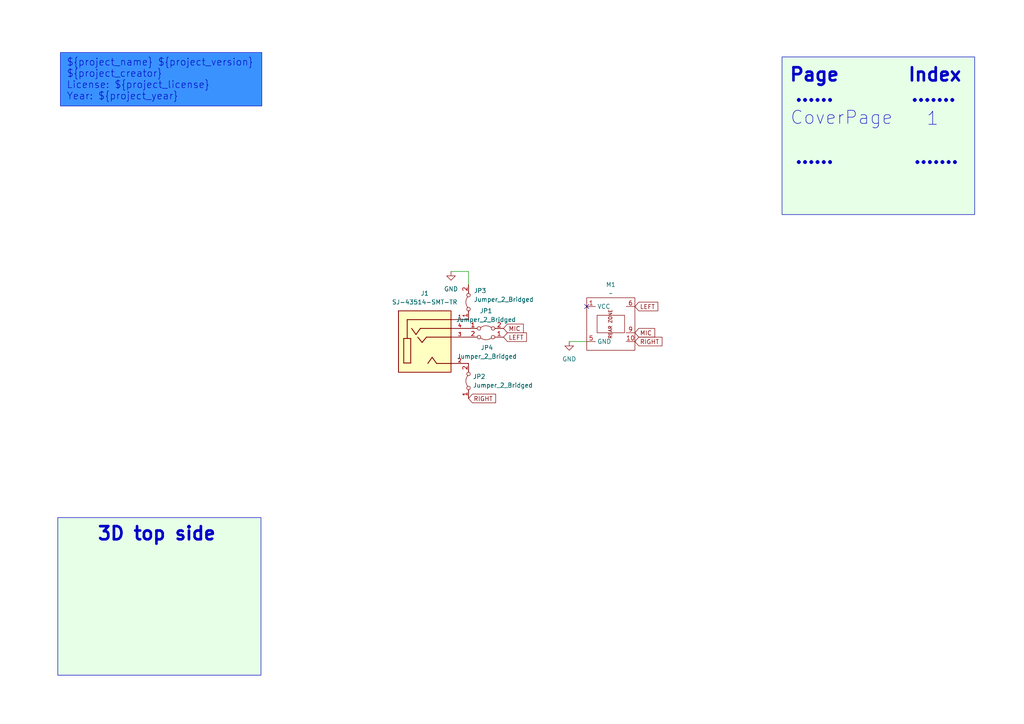
<source format=kicad_sch>
(kicad_sch (version 20250114) (generator "eeschema") (generator_version "9.0")
  (paper "A4")
  (title_block (title "${project_name}") (date "2025-11-10") (rev "${project_version}") (company "${project_creator}") (comment 1 "${project_license}"))
  (lib_symbols
    (symbol "Jumper:Jumper_2_Bridged" (pin_names (offset 0) (hide yes))
      (property "Reference" "JP" (at 0 1.905 0))
      (property "Value" "Jumper_2_Bridged" (at 0 -2.54 0))
      (symbol "Jumper_2_Bridged_0_0"
        (circle (center -2.032 0) (radius 0.508))
        (circle (center 2.032 0) (radius 0.508))
      )
      (symbol "Jumper_2_Bridged_0_1"
        (arc (start -1.524 0.254) (mid 0 0.762) (end 1.524 0.254))
      )
      (symbol "Jumper_2_Bridged_1_1"
        (pin passive line (at -5.08 0 0) (length 2.54) (name "A") (number "1"))
        (pin passive line (at 5.08 0 180) (length 2.54) (name "B") (number "2"))
      )
    )
    (symbol "MegaCastle:MegaCastle2x5-Module-I15.0x7.9-M8CC"
      (property "Reference" "M" (at 0 -10.16 0))
      (symbol "MegaCastle2x5-Module-I15.0x7.9-M8CC_0_1"
        (rectangle (start -6.35 7.62) (end 7.62 -7.62))
        (rectangle (start -3.35 2.54) (end 4.62 -2.54))
      )
      (symbol "MegaCastle2x5-Module-I15.0x7.9-M8CC_1_1"
        (text "REAR ZONE" (at 0.5 0 900) (effects (font (size 1 1))))
        (pin bidirectional line (at -6.35 5.08 0) (length 2.54) (name "VCC") (number "1"))
        (pin bidirectional line (at -6.35 -5.08 0) (length 2.54) (name "GND") (number "5"))
        (pin bidirectional line (at 7.62 5.08 180) (length 2.54) (name "") (number "6"))
        (pin bidirectional line (at 7.62 -2.54 180) (length 2.54) (name "") (number "9"))
        (pin bidirectional line (at 7.62 -5.08 180) (length 2.54) (name "") (number "10"))
      )
    )
    (symbol "SJ-43514-SMT-TR:SJ-43514-SMT-TR" (pin_names (offset 1.016) (hide yes))
      (property "Reference" "J" (at -7.62 8.382 0))
      (property "Value" "SJ-43514-SMT-TR" (at -7.62 -12.7 0))
      (symbol "SJ-43514-SMT-TR_0_0"
        (rectangle (start -7.62 -10.16) (end 7.62 7.62) (stroke (width 0.254)) (fill (type background)))
        (polyline (pts (xy -6.096 -0.381) (xy -6.096 -7.493)) (stroke (width 0.254)))
        (polyline (pts (xy -6.096 -7.493) (xy -4.064 -7.493)) (stroke (width 0.254)))
        (polyline (pts (xy -5.08 5.08) (xy -5.08 -0.254)) (stroke (width 0.254)))
        (polyline (pts (xy -5.08 5.08) (xy 7.62 5.08)) (stroke (width 0.254)))
        (polyline (pts (xy -4.064 -0.381) (xy -6.096 -0.381)) (stroke (width 0.254)))
        (polyline (pts (xy -4.064 -7.493) (xy -4.064 -0.381)) (stroke (width 0.254)))
        (polyline (pts (xy -3.81 2.54) (xy -2.54 0.762)) (stroke (width 0.254)))
        (polyline (pts (xy -2.54 0.762) (xy -1.27 2.54)) (stroke (width 0.254)))
        (polyline (pts (xy -2.032 0) (xy -0.762 -1.524)) (stroke (width 0.254)))
        (polyline (pts (xy -1.27 2.54) (xy 7.62 2.54)) (stroke (width 0.254)))
        (polyline (pts (xy -0.762 -1.524) (xy 0.508 0)) (stroke (width 0.254)))
        (polyline (pts (xy 0.508 0) (xy 7.62 0)) (stroke (width 0.254)))
        (polyline (pts (xy 0.889 -7.62) (xy 2.159 -5.842)) (stroke (width 0.254)))
        (polyline (pts (xy 2.159 -5.842) (xy 3.429 -7.62)) (stroke (width 0.254)))
        (polyline (pts (xy 3.429 -7.62) (xy 7.62 -7.62)) (stroke (width 0.254)))
        (pin passive line (at 12.7 5.08 180) (length 5.08) (name "~") (number "1"))
        (pin passive line (at 12.7 2.54 180) (length 5.08) (name "~") (number "4"))
        (pin passive line (at 12.7 0 180) (length 5.08) (name "~") (number "3"))
        (pin passive line (at 12.7 -7.62 180) (length 5.08) (name "~") (number "2"))
      )
    )
    (symbol "power:GND" (power) (pin_names (offset 0))
      (property "Value" "GND" (at 0 -3.81 0))
      (symbol "GND_0_1"
        (polyline (pts (xy 0 0) (xy 0 -1.27) (xy 1.27 -1.27) (xy 0 -2.54) (xy -1.27 -1.27) (xy 0 -1.27)))
      )
      (symbol "GND_1_1"
        (pin power_in line (at 0 0 270) (length 0) (hide yes) (name "GND") (number "1"))
      )
    )
  )
  (rectangle (start 226.822 16.51) (end 282.702 62.23) (fill (type color) (color 0 255 0 0.1)))
  (rectangle (start 16.764 150.114) (end 75.692 195.834) (fill (type color) (color 0 255 0 0.1)))
  (rectangle (start 17.526 15.24) (end 75.946 30.734) (fill (type color) (color 58 146 255 1)))
  (text "3D top side" (at 45.466 154.94 0) (effects (font (size 3.81 3.81) (thickness 0.762) (bold yes))))
  (text "......" (at 236.22 27.686 0) (effects (font (size 3.81 3.81) (thickness 0.762) (bold yes))))
  (text "1" (at 270.51 34.544 0) (effects (font (size 3.81 3.81))))
  (text "CoverPage" (at 244.094 34.29 0) (effects (font (size 3.81 3.81))))
  (text "......" (at 236.22 45.72 0) (effects (font (size 3.81 3.81) (thickness 0.762) (bold yes))))
  (text "${project_name} ${project_version}\n${project_creator}\nLicense: ${project_license}\nYear: ${project_year}" (at 19.304 17.018 0) (effects (font (size 2.032 2.032)) (justify left top)))
  (text "Page" (at 236.22 21.844 0) (effects (font (size 3.81 3.81) (thickness 0.762) (bold yes))))
  (text "......." (at 271.526 45.72 0) (effects (font (size 3.81 3.81) (thickness 0.762) (bold yes))))
  (text "         Index" (at 258.064 21.844 0) (effects (font (size 3.81 3.81) (thickness 0.762) (bold yes))))
  (text "......." (at 270.764 27.686 0) (effects (font (size 3.81 3.81) (thickness 0.762) (bold yes))))
  (no_connect (at 170.18 88.9))
  (wire (pts (xy 165.1 99.06) (xy 170.18 99.06)))
  (wire (pts (xy 135.89 78.74) (xy 130.81 78.74)))
  (wire (pts (xy 135.89 82.55) (xy 135.89 78.74)))
  (global_label "LEFT" (shape input) (at 184.15 88.9 0) (property "Intersheetrefs" "${INTERSHEET_REFS}" (effects (hide yes))))
  (global_label "MIC" (shape input) (at 146.05 95.25 0) (property "Intersheetrefs" "${INTERSHEET_REFS}" (effects (hide yes))))
  (global_label "MIC" (shape input) (at 184.15 96.52 0) (property "Intersheetrefs" "${INTERSHEET_REFS}" (effects (hide yes))))
  (global_label "RIGHT" (shape input) (at 184.15 99.06 0) (property "Intersheetrefs" "${INTERSHEET_REFS}" (effects (hide yes))))
  (global_label "RIGHT" (shape input) (at 135.89 115.57 0) (property "Intersheetrefs" "${INTERSHEET_REFS}" (effects (hide yes))))
  (global_label "LEFT" (shape input) (at 146.05 97.79 0) (property "Intersheetrefs" "${INTERSHEET_REFS}" (effects (hide yes))))
  (symbol (lib_id "Jumper:Jumper_2_Bridged") (at 140.97 95.25 0) (unit 1)
    (property "Reference" "JP1" (at 140.97 90.17 0))
    (property "Value" "Jumper_2_Bridged" (at 140.97 92.71 0))
    (property "Footprint" "Jumper:SolderJumper-2_P1.3mm_Bridged_RoundedPad1.0x1.5mm" (effects (hide yes)))
    (property "Description" "Jumper, 2-pole, closed/bridged" (effects (hide yes)))
  )
  (symbol (lib_id "Jumper:Jumper_2_Bridged") (at 135.89 87.63 90) (unit 1)
    (property "Reference" "JP3" (at 137.414 84.328 90) (effects (justify right)))
    (property "Value" "Jumper_2_Bridged" (at 137.414 86.868 90) (effects (justify right)))
    (property "Footprint" "Jumper:SolderJumper-2_P1.3mm_Bridged_RoundedPad1.0x1.5mm" (effects (hide yes)))
    (property "Description" "Jumper, 2-pole, closed/bridged" (effects (hide yes)))
  )
  (symbol (lib_id "Jumper:Jumper_2_Bridged") (at 140.97 97.79 180) (unit 1)
    (property "Reference" "JP4" (at 141.224 100.838 0))
    (property "Value" "Jumper_2_Bridged" (at 141.224 103.378 0))
    (property "Footprint" "Jumper:SolderJumper-2_P1.3mm_Bridged_RoundedPad1.0x1.5mm" (effects (hide yes)))
    (property "Description" "Jumper, 2-pole, closed/bridged" (effects (hide yes)))
  )
  (symbol (lib_id "Jumper:Jumper_2_Bridged") (at 135.89 110.49 90) (unit 1)
    (property "Reference" "JP2" (at 137.16 109.2199 90) (effects (justify right)))
    (property "Value" "Jumper_2_Bridged" (at 137.16 111.7599 90) (effects (justify right)))
    (property "Footprint" "Jumper:SolderJumper-2_P1.3mm_Bridged_RoundedPad1.0x1.5mm" (effects (hide yes)))
    (property "Description" "Jumper, 2-pole, closed/bridged" (effects (hide yes)))
  )
  (symbol (lib_id "SJ-43514-SMT-TR:SJ-43514-SMT-TR") (at 123.19 97.79 0) (unit 1)
    (property "Reference" "J1" (at 123.19 85.09 0))
    (property "Value" "SJ-43514-SMT-TR" (at 123.19 87.63 0))
    (property "Footprint" "audio-jack:CUI_SJ-43514-SMT-TR" (effects (hide yes)))
    (property "PARTREV" "1.05" (effects (hide yes)))
    (property "STANDARD" "Manufacturer Recommendations" (effects (hide yes)))
    (property "SNAPEDA_PN" "SJ-43514-SMT-TR" (effects (hide yes)))
    (property "MAXIMUM_PACKAGE_HEIGHT" "5.3mm" (effects (hide yes)))
    (property "MANUFACTURER" "CUI Devices" (effects (hide yes)))
  )
  (symbol (lib_id "power:GND") (at 130.81 78.74 0) (unit 1)
    (property "Reference" "#PWR01" (effects (hide yes)))
    (property "Value" "GND" (at 130.81 83.82 0))
    (property "Description" "Power symbol creates a global label with name \"GND\" , ground" (effects (hide yes)))
  )
  (symbol (lib_id "power:GND") (at 165.1 99.06 0) (unit 1)
    (property "Reference" "#PWR02" (effects (hide yes)))
    (property "Value" "GND" (at 165.1 104.14 0))
    (property "Description" "Power symbol creates a global label with name \"GND\" , ground" (effects (hide yes)))
  )
  (symbol (lib_id "MegaCastle:MegaCastle2x5-Module-I15.0x7.9-M8CC") (at 176.53 93.98 0) (unit 1)
    (property "Reference" "M1" (at 177.165 82.55 0))
    (property "Value" "~" (at 177.165 85.09 0))
    (property "Footprint" "MegaCastle:MegaCastle2x7-Module-I15.0x13.0-M8314-SPAREPAD" (effects (hide yes)))
    (property "Description" "Generated using footprint-gen ../ 15 15 5 M8CC" (effects (hide yes)))
  )
)
</source>
